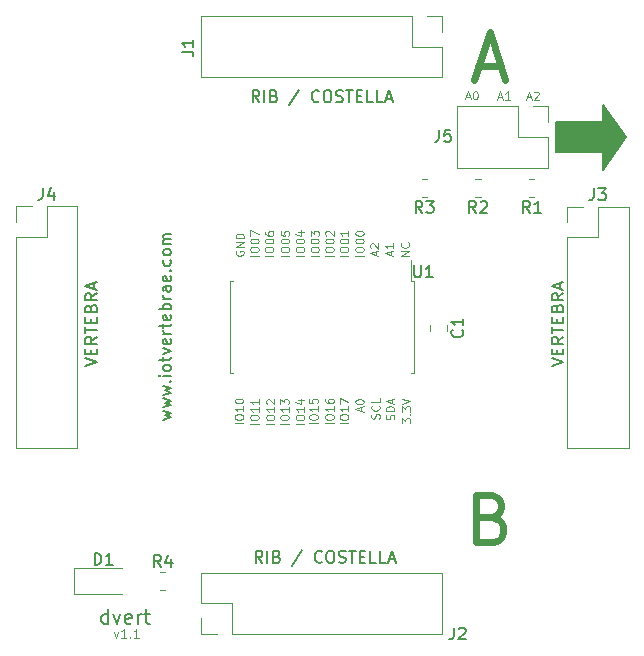
<source format=gbr>
%TF.GenerationSoftware,KiCad,Pcbnew,6.0.11+dfsg-1~bpo11+1*%
%TF.CreationDate,2023-04-06T13:49:23+02:00*%
%TF.ProjectId,dvert_11,64766572-745f-4313-912e-6b696361645f,1.1*%
%TF.SameCoordinates,Original*%
%TF.FileFunction,Legend,Top*%
%TF.FilePolarity,Positive*%
%FSLAX46Y46*%
G04 Gerber Fmt 4.6, Leading zero omitted, Abs format (unit mm)*
G04 Created by KiCad (PCBNEW 6.0.11+dfsg-1~bpo11+1) date 2023-04-06 13:49:23*
%MOMM*%
%LPD*%
G01*
G04 APERTURE LIST*
%ADD10C,0.150000*%
%ADD11C,0.120000*%
%ADD12C,0.200000*%
%ADD13C,0.600000*%
G04 APERTURE END LIST*
D10*
G36*
X172700000Y-84600000D02*
G01*
X170800000Y-87400000D01*
X170800000Y-85900000D01*
X166800000Y-85900000D01*
X166800000Y-83400000D01*
X170800000Y-83400000D01*
X170800000Y-81900000D01*
X172700000Y-84600000D01*
G37*
X172700000Y-84600000D02*
X170800000Y-87400000D01*
X170800000Y-85900000D01*
X166800000Y-85900000D01*
X166800000Y-83400000D01*
X170800000Y-83400000D01*
X170800000Y-81900000D01*
X172700000Y-84600000D01*
D11*
X141616666Y-108933333D02*
X140916666Y-108933333D01*
X140916666Y-108466666D02*
X140916666Y-108333333D01*
X140950000Y-108266666D01*
X141016666Y-108200000D01*
X141150000Y-108166666D01*
X141383333Y-108166666D01*
X141516666Y-108200000D01*
X141583333Y-108266666D01*
X141616666Y-108333333D01*
X141616666Y-108466666D01*
X141583333Y-108533333D01*
X141516666Y-108600000D01*
X141383333Y-108633333D01*
X141150000Y-108633333D01*
X141016666Y-108600000D01*
X140950000Y-108533333D01*
X140916666Y-108466666D01*
X141616666Y-107500000D02*
X141616666Y-107900000D01*
X141616666Y-107700000D02*
X140916666Y-107700000D01*
X141016666Y-107766666D01*
X141083333Y-107833333D01*
X141116666Y-107900000D01*
X141616666Y-106833333D02*
X141616666Y-107233333D01*
X141616666Y-107033333D02*
X140916666Y-107033333D01*
X141016666Y-107100000D01*
X141083333Y-107166666D01*
X141116666Y-107233333D01*
X147966666Y-108883333D02*
X147266666Y-108883333D01*
X147266666Y-108416666D02*
X147266666Y-108283333D01*
X147300000Y-108216666D01*
X147366666Y-108150000D01*
X147500000Y-108116666D01*
X147733333Y-108116666D01*
X147866666Y-108150000D01*
X147933333Y-108216666D01*
X147966666Y-108283333D01*
X147966666Y-108416666D01*
X147933333Y-108483333D01*
X147866666Y-108550000D01*
X147733333Y-108583333D01*
X147500000Y-108583333D01*
X147366666Y-108550000D01*
X147300000Y-108483333D01*
X147266666Y-108416666D01*
X147966666Y-107450000D02*
X147966666Y-107850000D01*
X147966666Y-107650000D02*
X147266666Y-107650000D01*
X147366666Y-107716666D01*
X147433333Y-107783333D01*
X147466666Y-107850000D01*
X147266666Y-106850000D02*
X147266666Y-106983333D01*
X147300000Y-107050000D01*
X147333333Y-107083333D01*
X147433333Y-107150000D01*
X147566666Y-107183333D01*
X147833333Y-107183333D01*
X147900000Y-107150000D01*
X147933333Y-107116666D01*
X147966666Y-107050000D01*
X147966666Y-106916666D01*
X147933333Y-106850000D01*
X147900000Y-106816666D01*
X147833333Y-106783333D01*
X147666666Y-106783333D01*
X147600000Y-106816666D01*
X147566666Y-106850000D01*
X147533333Y-106916666D01*
X147533333Y-107050000D01*
X147566666Y-107116666D01*
X147600000Y-107150000D01*
X147666666Y-107183333D01*
D10*
X141691785Y-81682380D02*
X141358452Y-81206190D01*
X141120357Y-81682380D02*
X141120357Y-80682380D01*
X141501309Y-80682380D01*
X141596547Y-80730000D01*
X141644166Y-80777619D01*
X141691785Y-80872857D01*
X141691785Y-81015714D01*
X141644166Y-81110952D01*
X141596547Y-81158571D01*
X141501309Y-81206190D01*
X141120357Y-81206190D01*
X142120357Y-81682380D02*
X142120357Y-80682380D01*
X142929880Y-81158571D02*
X143072738Y-81206190D01*
X143120357Y-81253809D01*
X143167976Y-81349047D01*
X143167976Y-81491904D01*
X143120357Y-81587142D01*
X143072738Y-81634761D01*
X142977500Y-81682380D01*
X142596547Y-81682380D01*
X142596547Y-80682380D01*
X142929880Y-80682380D01*
X143025119Y-80730000D01*
X143072738Y-80777619D01*
X143120357Y-80872857D01*
X143120357Y-80968095D01*
X143072738Y-81063333D01*
X143025119Y-81110952D01*
X142929880Y-81158571D01*
X142596547Y-81158571D01*
X145072738Y-80634761D02*
X144215595Y-81920476D01*
X146739404Y-81587142D02*
X146691785Y-81634761D01*
X146548928Y-81682380D01*
X146453690Y-81682380D01*
X146310833Y-81634761D01*
X146215595Y-81539523D01*
X146167976Y-81444285D01*
X146120357Y-81253809D01*
X146120357Y-81110952D01*
X146167976Y-80920476D01*
X146215595Y-80825238D01*
X146310833Y-80730000D01*
X146453690Y-80682380D01*
X146548928Y-80682380D01*
X146691785Y-80730000D01*
X146739404Y-80777619D01*
X147358452Y-80682380D02*
X147548928Y-80682380D01*
X147644166Y-80730000D01*
X147739404Y-80825238D01*
X147787023Y-81015714D01*
X147787023Y-81349047D01*
X147739404Y-81539523D01*
X147644166Y-81634761D01*
X147548928Y-81682380D01*
X147358452Y-81682380D01*
X147263214Y-81634761D01*
X147167976Y-81539523D01*
X147120357Y-81349047D01*
X147120357Y-81015714D01*
X147167976Y-80825238D01*
X147263214Y-80730000D01*
X147358452Y-80682380D01*
X148167976Y-81634761D02*
X148310833Y-81682380D01*
X148548928Y-81682380D01*
X148644166Y-81634761D01*
X148691785Y-81587142D01*
X148739404Y-81491904D01*
X148739404Y-81396666D01*
X148691785Y-81301428D01*
X148644166Y-81253809D01*
X148548928Y-81206190D01*
X148358452Y-81158571D01*
X148263214Y-81110952D01*
X148215595Y-81063333D01*
X148167976Y-80968095D01*
X148167976Y-80872857D01*
X148215595Y-80777619D01*
X148263214Y-80730000D01*
X148358452Y-80682380D01*
X148596547Y-80682380D01*
X148739404Y-80730000D01*
X149025119Y-80682380D02*
X149596547Y-80682380D01*
X149310833Y-81682380D02*
X149310833Y-80682380D01*
X149929880Y-81158571D02*
X150263214Y-81158571D01*
X150406071Y-81682380D02*
X149929880Y-81682380D01*
X149929880Y-80682380D01*
X150406071Y-80682380D01*
X151310833Y-81682380D02*
X150834642Y-81682380D01*
X150834642Y-80682380D01*
X152120357Y-81682380D02*
X151644166Y-81682380D01*
X151644166Y-80682380D01*
X152406071Y-81396666D02*
X152882261Y-81396666D01*
X152310833Y-81682380D02*
X152644166Y-80682380D01*
X152977500Y-81682380D01*
D11*
X164350000Y-81286666D02*
X164683333Y-81286666D01*
X164283333Y-81486666D02*
X164516666Y-80786666D01*
X164750000Y-81486666D01*
X164950000Y-80853333D02*
X164983333Y-80820000D01*
X165050000Y-80786666D01*
X165216666Y-80786666D01*
X165283333Y-80820000D01*
X165316666Y-80853333D01*
X165350000Y-80920000D01*
X165350000Y-80986666D01*
X165316666Y-81086666D01*
X164916666Y-81486666D01*
X165350000Y-81486666D01*
X159180000Y-81256666D02*
X159513333Y-81256666D01*
X159113333Y-81456666D02*
X159346666Y-80756666D01*
X159580000Y-81456666D01*
X159946666Y-80756666D02*
X160013333Y-80756666D01*
X160080000Y-80790000D01*
X160113333Y-80823333D01*
X160146666Y-80890000D01*
X160180000Y-81023333D01*
X160180000Y-81190000D01*
X160146666Y-81323333D01*
X160113333Y-81390000D01*
X160080000Y-81423333D01*
X160013333Y-81456666D01*
X159946666Y-81456666D01*
X159880000Y-81423333D01*
X159846666Y-81390000D01*
X159813333Y-81323333D01*
X159780000Y-81190000D01*
X159780000Y-81023333D01*
X159813333Y-80890000D01*
X159846666Y-80823333D01*
X159880000Y-80790000D01*
X159946666Y-80756666D01*
X147966666Y-94683333D02*
X147266666Y-94683333D01*
X147266666Y-94216666D02*
X147266666Y-94083333D01*
X147300000Y-94016666D01*
X147366666Y-93950000D01*
X147500000Y-93916666D01*
X147733333Y-93916666D01*
X147866666Y-93950000D01*
X147933333Y-94016666D01*
X147966666Y-94083333D01*
X147966666Y-94216666D01*
X147933333Y-94283333D01*
X147866666Y-94350000D01*
X147733333Y-94383333D01*
X147500000Y-94383333D01*
X147366666Y-94350000D01*
X147300000Y-94283333D01*
X147266666Y-94216666D01*
X147266666Y-93483333D02*
X147266666Y-93416666D01*
X147300000Y-93350000D01*
X147333333Y-93316666D01*
X147400000Y-93283333D01*
X147533333Y-93250000D01*
X147700000Y-93250000D01*
X147833333Y-93283333D01*
X147900000Y-93316666D01*
X147933333Y-93350000D01*
X147966666Y-93416666D01*
X147966666Y-93483333D01*
X147933333Y-93550000D01*
X147900000Y-93583333D01*
X147833333Y-93616666D01*
X147700000Y-93650000D01*
X147533333Y-93650000D01*
X147400000Y-93616666D01*
X147333333Y-93583333D01*
X147300000Y-93550000D01*
X147266666Y-93483333D01*
X147333333Y-92983333D02*
X147300000Y-92950000D01*
X147266666Y-92883333D01*
X147266666Y-92716666D01*
X147300000Y-92650000D01*
X147333333Y-92616666D01*
X147400000Y-92583333D01*
X147466666Y-92583333D01*
X147566666Y-92616666D01*
X147966666Y-93016666D01*
X147966666Y-92583333D01*
X145466666Y-94683333D02*
X144766666Y-94683333D01*
X144766666Y-94216666D02*
X144766666Y-94083333D01*
X144800000Y-94016666D01*
X144866666Y-93950000D01*
X145000000Y-93916666D01*
X145233333Y-93916666D01*
X145366666Y-93950000D01*
X145433333Y-94016666D01*
X145466666Y-94083333D01*
X145466666Y-94216666D01*
X145433333Y-94283333D01*
X145366666Y-94350000D01*
X145233333Y-94383333D01*
X145000000Y-94383333D01*
X144866666Y-94350000D01*
X144800000Y-94283333D01*
X144766666Y-94216666D01*
X144766666Y-93483333D02*
X144766666Y-93416666D01*
X144800000Y-93350000D01*
X144833333Y-93316666D01*
X144900000Y-93283333D01*
X145033333Y-93250000D01*
X145200000Y-93250000D01*
X145333333Y-93283333D01*
X145400000Y-93316666D01*
X145433333Y-93350000D01*
X145466666Y-93416666D01*
X145466666Y-93483333D01*
X145433333Y-93550000D01*
X145400000Y-93583333D01*
X145333333Y-93616666D01*
X145200000Y-93650000D01*
X145033333Y-93650000D01*
X144900000Y-93616666D01*
X144833333Y-93583333D01*
X144800000Y-93550000D01*
X144766666Y-93483333D01*
X145000000Y-92650000D02*
X145466666Y-92650000D01*
X144733333Y-92816666D02*
X145233333Y-92983333D01*
X145233333Y-92550000D01*
D12*
X128871428Y-125842857D02*
X128871428Y-124642857D01*
X128871428Y-125785714D02*
X128757142Y-125842857D01*
X128528571Y-125842857D01*
X128414285Y-125785714D01*
X128357142Y-125728571D01*
X128300000Y-125614285D01*
X128300000Y-125271428D01*
X128357142Y-125157142D01*
X128414285Y-125100000D01*
X128528571Y-125042857D01*
X128757142Y-125042857D01*
X128871428Y-125100000D01*
X129328571Y-125042857D02*
X129614285Y-125842857D01*
X129900000Y-125042857D01*
X130814285Y-125785714D02*
X130700000Y-125842857D01*
X130471428Y-125842857D01*
X130357142Y-125785714D01*
X130300000Y-125671428D01*
X130300000Y-125214285D01*
X130357142Y-125100000D01*
X130471428Y-125042857D01*
X130700000Y-125042857D01*
X130814285Y-125100000D01*
X130871428Y-125214285D01*
X130871428Y-125328571D01*
X130300000Y-125442857D01*
X131385714Y-125842857D02*
X131385714Y-125042857D01*
X131385714Y-125271428D02*
X131442857Y-125157142D01*
X131500000Y-125100000D01*
X131614285Y-125042857D01*
X131728571Y-125042857D01*
X131957142Y-125042857D02*
X132414285Y-125042857D01*
X132128571Y-124642857D02*
X132128571Y-125671428D01*
X132185714Y-125785714D01*
X132300000Y-125842857D01*
X132414285Y-125842857D01*
D11*
X153083333Y-108550000D02*
X153116666Y-108450000D01*
X153116666Y-108283333D01*
X153083333Y-108216666D01*
X153050000Y-108183333D01*
X152983333Y-108150000D01*
X152916666Y-108150000D01*
X152850000Y-108183333D01*
X152816666Y-108216666D01*
X152783333Y-108283333D01*
X152750000Y-108416666D01*
X152716666Y-108483333D01*
X152683333Y-108516666D01*
X152616666Y-108550000D01*
X152550000Y-108550000D01*
X152483333Y-108516666D01*
X152450000Y-108483333D01*
X152416666Y-108416666D01*
X152416666Y-108250000D01*
X152450000Y-108150000D01*
X153116666Y-107850000D02*
X152416666Y-107850000D01*
X152416666Y-107683333D01*
X152450000Y-107583333D01*
X152516666Y-107516666D01*
X152583333Y-107483333D01*
X152716666Y-107450000D01*
X152816666Y-107450000D01*
X152950000Y-107483333D01*
X153016666Y-107516666D01*
X153083333Y-107583333D01*
X153116666Y-107683333D01*
X153116666Y-107850000D01*
X152916666Y-107183333D02*
X152916666Y-106850000D01*
X153116666Y-107250000D02*
X152416666Y-107016666D01*
X153116666Y-106783333D01*
D10*
X133525714Y-108574761D02*
X134192380Y-108384285D01*
X133716190Y-108193809D01*
X134192380Y-108003333D01*
X133525714Y-107812857D01*
X133525714Y-107527142D02*
X134192380Y-107336666D01*
X133716190Y-107146190D01*
X134192380Y-106955714D01*
X133525714Y-106765238D01*
X133525714Y-106479523D02*
X134192380Y-106289047D01*
X133716190Y-106098571D01*
X134192380Y-105908095D01*
X133525714Y-105717619D01*
X134097142Y-105336666D02*
X134144761Y-105289047D01*
X134192380Y-105336666D01*
X134144761Y-105384285D01*
X134097142Y-105336666D01*
X134192380Y-105336666D01*
X134192380Y-104860476D02*
X133525714Y-104860476D01*
X133192380Y-104860476D02*
X133240000Y-104908095D01*
X133287619Y-104860476D01*
X133240000Y-104812857D01*
X133192380Y-104860476D01*
X133287619Y-104860476D01*
X134192380Y-104241428D02*
X134144761Y-104336666D01*
X134097142Y-104384285D01*
X134001904Y-104431904D01*
X133716190Y-104431904D01*
X133620952Y-104384285D01*
X133573333Y-104336666D01*
X133525714Y-104241428D01*
X133525714Y-104098571D01*
X133573333Y-104003333D01*
X133620952Y-103955714D01*
X133716190Y-103908095D01*
X134001904Y-103908095D01*
X134097142Y-103955714D01*
X134144761Y-104003333D01*
X134192380Y-104098571D01*
X134192380Y-104241428D01*
X133525714Y-103622380D02*
X133525714Y-103241428D01*
X133192380Y-103479523D02*
X134049523Y-103479523D01*
X134144761Y-103431904D01*
X134192380Y-103336666D01*
X134192380Y-103241428D01*
X133525714Y-103003333D02*
X134192380Y-102765238D01*
X133525714Y-102527142D01*
X134144761Y-101765238D02*
X134192380Y-101860476D01*
X134192380Y-102050952D01*
X134144761Y-102146190D01*
X134049523Y-102193809D01*
X133668571Y-102193809D01*
X133573333Y-102146190D01*
X133525714Y-102050952D01*
X133525714Y-101860476D01*
X133573333Y-101765238D01*
X133668571Y-101717619D01*
X133763809Y-101717619D01*
X133859047Y-102193809D01*
X134192380Y-101289047D02*
X133525714Y-101289047D01*
X133716190Y-101289047D02*
X133620952Y-101241428D01*
X133573333Y-101193809D01*
X133525714Y-101098571D01*
X133525714Y-101003333D01*
X133525714Y-100812857D02*
X133525714Y-100431904D01*
X133192380Y-100670000D02*
X134049523Y-100670000D01*
X134144761Y-100622380D01*
X134192380Y-100527142D01*
X134192380Y-100431904D01*
X134144761Y-99717619D02*
X134192380Y-99812857D01*
X134192380Y-100003333D01*
X134144761Y-100098571D01*
X134049523Y-100146190D01*
X133668571Y-100146190D01*
X133573333Y-100098571D01*
X133525714Y-100003333D01*
X133525714Y-99812857D01*
X133573333Y-99717619D01*
X133668571Y-99670000D01*
X133763809Y-99670000D01*
X133859047Y-100146190D01*
X134192380Y-99241428D02*
X133192380Y-99241428D01*
X133573333Y-99241428D02*
X133525714Y-99146190D01*
X133525714Y-98955714D01*
X133573333Y-98860476D01*
X133620952Y-98812857D01*
X133716190Y-98765238D01*
X134001904Y-98765238D01*
X134097142Y-98812857D01*
X134144761Y-98860476D01*
X134192380Y-98955714D01*
X134192380Y-99146190D01*
X134144761Y-99241428D01*
X134192380Y-98336666D02*
X133525714Y-98336666D01*
X133716190Y-98336666D02*
X133620952Y-98289047D01*
X133573333Y-98241428D01*
X133525714Y-98146190D01*
X133525714Y-98050952D01*
X134192380Y-97289047D02*
X133668571Y-97289047D01*
X133573333Y-97336666D01*
X133525714Y-97431904D01*
X133525714Y-97622380D01*
X133573333Y-97717619D01*
X134144761Y-97289047D02*
X134192380Y-97384285D01*
X134192380Y-97622380D01*
X134144761Y-97717619D01*
X134049523Y-97765238D01*
X133954285Y-97765238D01*
X133859047Y-97717619D01*
X133811428Y-97622380D01*
X133811428Y-97384285D01*
X133763809Y-97289047D01*
X134144761Y-96431904D02*
X134192380Y-96527142D01*
X134192380Y-96717619D01*
X134144761Y-96812857D01*
X134049523Y-96860476D01*
X133668571Y-96860476D01*
X133573333Y-96812857D01*
X133525714Y-96717619D01*
X133525714Y-96527142D01*
X133573333Y-96431904D01*
X133668571Y-96384285D01*
X133763809Y-96384285D01*
X133859047Y-96860476D01*
X134097142Y-95955714D02*
X134144761Y-95908095D01*
X134192380Y-95955714D01*
X134144761Y-96003333D01*
X134097142Y-95955714D01*
X134192380Y-95955714D01*
X134144761Y-95050952D02*
X134192380Y-95146190D01*
X134192380Y-95336666D01*
X134144761Y-95431904D01*
X134097142Y-95479523D01*
X134001904Y-95527142D01*
X133716190Y-95527142D01*
X133620952Y-95479523D01*
X133573333Y-95431904D01*
X133525714Y-95336666D01*
X133525714Y-95146190D01*
X133573333Y-95050952D01*
X134192380Y-94479523D02*
X134144761Y-94574761D01*
X134097142Y-94622380D01*
X134001904Y-94670000D01*
X133716190Y-94670000D01*
X133620952Y-94622380D01*
X133573333Y-94574761D01*
X133525714Y-94479523D01*
X133525714Y-94336666D01*
X133573333Y-94241428D01*
X133620952Y-94193809D01*
X133716190Y-94146190D01*
X134001904Y-94146190D01*
X134097142Y-94193809D01*
X134144761Y-94241428D01*
X134192380Y-94336666D01*
X134192380Y-94479523D01*
X134192380Y-93717619D02*
X133525714Y-93717619D01*
X133620952Y-93717619D02*
X133573333Y-93670000D01*
X133525714Y-93574761D01*
X133525714Y-93431904D01*
X133573333Y-93336666D01*
X133668571Y-93289047D01*
X134192380Y-93289047D01*
X133668571Y-93289047D02*
X133573333Y-93241428D01*
X133525714Y-93146190D01*
X133525714Y-93003333D01*
X133573333Y-92908095D01*
X133668571Y-92860476D01*
X134192380Y-92860476D01*
D11*
X154366666Y-94700000D02*
X153666666Y-94700000D01*
X154366666Y-94300000D01*
X153666666Y-94300000D01*
X154300000Y-93566666D02*
X154333333Y-93600000D01*
X154366666Y-93700000D01*
X154366666Y-93766666D01*
X154333333Y-93866666D01*
X154266666Y-93933333D01*
X154200000Y-93966666D01*
X154066666Y-94000000D01*
X153966666Y-94000000D01*
X153833333Y-93966666D01*
X153766666Y-93933333D01*
X153700000Y-93866666D01*
X153666666Y-93766666D01*
X153666666Y-93700000D01*
X153700000Y-93600000D01*
X153733333Y-93566666D01*
X144216666Y-94683333D02*
X143516666Y-94683333D01*
X143516666Y-94216666D02*
X143516666Y-94083333D01*
X143550000Y-94016666D01*
X143616666Y-93950000D01*
X143750000Y-93916666D01*
X143983333Y-93916666D01*
X144116666Y-93950000D01*
X144183333Y-94016666D01*
X144216666Y-94083333D01*
X144216666Y-94216666D01*
X144183333Y-94283333D01*
X144116666Y-94350000D01*
X143983333Y-94383333D01*
X143750000Y-94383333D01*
X143616666Y-94350000D01*
X143550000Y-94283333D01*
X143516666Y-94216666D01*
X143516666Y-93483333D02*
X143516666Y-93416666D01*
X143550000Y-93350000D01*
X143583333Y-93316666D01*
X143650000Y-93283333D01*
X143783333Y-93250000D01*
X143950000Y-93250000D01*
X144083333Y-93283333D01*
X144150000Y-93316666D01*
X144183333Y-93350000D01*
X144216666Y-93416666D01*
X144216666Y-93483333D01*
X144183333Y-93550000D01*
X144150000Y-93583333D01*
X144083333Y-93616666D01*
X143950000Y-93650000D01*
X143783333Y-93650000D01*
X143650000Y-93616666D01*
X143583333Y-93583333D01*
X143550000Y-93550000D01*
X143516666Y-93483333D01*
X143516666Y-92616666D02*
X143516666Y-92950000D01*
X143850000Y-92983333D01*
X143816666Y-92950000D01*
X143783333Y-92883333D01*
X143783333Y-92716666D01*
X143816666Y-92650000D01*
X143850000Y-92616666D01*
X143916666Y-92583333D01*
X144083333Y-92583333D01*
X144150000Y-92616666D01*
X144183333Y-92650000D01*
X144216666Y-92716666D01*
X144216666Y-92883333D01*
X144183333Y-92950000D01*
X144150000Y-92983333D01*
X146716666Y-94683333D02*
X146016666Y-94683333D01*
X146016666Y-94216666D02*
X146016666Y-94083333D01*
X146050000Y-94016666D01*
X146116666Y-93950000D01*
X146250000Y-93916666D01*
X146483333Y-93916666D01*
X146616666Y-93950000D01*
X146683333Y-94016666D01*
X146716666Y-94083333D01*
X146716666Y-94216666D01*
X146683333Y-94283333D01*
X146616666Y-94350000D01*
X146483333Y-94383333D01*
X146250000Y-94383333D01*
X146116666Y-94350000D01*
X146050000Y-94283333D01*
X146016666Y-94216666D01*
X146016666Y-93483333D02*
X146016666Y-93416666D01*
X146050000Y-93350000D01*
X146083333Y-93316666D01*
X146150000Y-93283333D01*
X146283333Y-93250000D01*
X146450000Y-93250000D01*
X146583333Y-93283333D01*
X146650000Y-93316666D01*
X146683333Y-93350000D01*
X146716666Y-93416666D01*
X146716666Y-93483333D01*
X146683333Y-93550000D01*
X146650000Y-93583333D01*
X146583333Y-93616666D01*
X146450000Y-93650000D01*
X146283333Y-93650000D01*
X146150000Y-93616666D01*
X146083333Y-93583333D01*
X146050000Y-93550000D01*
X146016666Y-93483333D01*
X146016666Y-93016666D02*
X146016666Y-92583333D01*
X146283333Y-92816666D01*
X146283333Y-92716666D01*
X146316666Y-92650000D01*
X146350000Y-92616666D01*
X146416666Y-92583333D01*
X146583333Y-92583333D01*
X146650000Y-92616666D01*
X146683333Y-92650000D01*
X146716666Y-92716666D01*
X146716666Y-92916666D01*
X146683333Y-92983333D01*
X146650000Y-93016666D01*
D10*
X126929880Y-104027619D02*
X127929880Y-103694285D01*
X126929880Y-103360952D01*
X127406071Y-103027619D02*
X127406071Y-102694285D01*
X127929880Y-102551428D02*
X127929880Y-103027619D01*
X126929880Y-103027619D01*
X126929880Y-102551428D01*
X127929880Y-101551428D02*
X127453690Y-101884761D01*
X127929880Y-102122857D02*
X126929880Y-102122857D01*
X126929880Y-101741904D01*
X126977500Y-101646666D01*
X127025119Y-101599047D01*
X127120357Y-101551428D01*
X127263214Y-101551428D01*
X127358452Y-101599047D01*
X127406071Y-101646666D01*
X127453690Y-101741904D01*
X127453690Y-102122857D01*
X126929880Y-101265714D02*
X126929880Y-100694285D01*
X127929880Y-100980000D02*
X126929880Y-100980000D01*
X127406071Y-100360952D02*
X127406071Y-100027619D01*
X127929880Y-99884761D02*
X127929880Y-100360952D01*
X126929880Y-100360952D01*
X126929880Y-99884761D01*
X127406071Y-99122857D02*
X127453690Y-98980000D01*
X127501309Y-98932380D01*
X127596547Y-98884761D01*
X127739404Y-98884761D01*
X127834642Y-98932380D01*
X127882261Y-98980000D01*
X127929880Y-99075238D01*
X127929880Y-99456190D01*
X126929880Y-99456190D01*
X126929880Y-99122857D01*
X126977500Y-99027619D01*
X127025119Y-98980000D01*
X127120357Y-98932380D01*
X127215595Y-98932380D01*
X127310833Y-98980000D01*
X127358452Y-99027619D01*
X127406071Y-99122857D01*
X127406071Y-99456190D01*
X127929880Y-97884761D02*
X127453690Y-98218095D01*
X127929880Y-98456190D02*
X126929880Y-98456190D01*
X126929880Y-98075238D01*
X126977500Y-97980000D01*
X127025119Y-97932380D01*
X127120357Y-97884761D01*
X127263214Y-97884761D01*
X127358452Y-97932380D01*
X127406071Y-97980000D01*
X127453690Y-98075238D01*
X127453690Y-98456190D01*
X127644166Y-97503809D02*
X127644166Y-97027619D01*
X127929880Y-97599047D02*
X126929880Y-97265714D01*
X127929880Y-96932380D01*
D11*
X140316666Y-108883333D02*
X139616666Y-108883333D01*
X139616666Y-108416666D02*
X139616666Y-108283333D01*
X139650000Y-108216666D01*
X139716666Y-108150000D01*
X139850000Y-108116666D01*
X140083333Y-108116666D01*
X140216666Y-108150000D01*
X140283333Y-108216666D01*
X140316666Y-108283333D01*
X140316666Y-108416666D01*
X140283333Y-108483333D01*
X140216666Y-108550000D01*
X140083333Y-108583333D01*
X139850000Y-108583333D01*
X139716666Y-108550000D01*
X139650000Y-108483333D01*
X139616666Y-108416666D01*
X140316666Y-107450000D02*
X140316666Y-107850000D01*
X140316666Y-107650000D02*
X139616666Y-107650000D01*
X139716666Y-107716666D01*
X139783333Y-107783333D01*
X139816666Y-107850000D01*
X139616666Y-107016666D02*
X139616666Y-106950000D01*
X139650000Y-106883333D01*
X139683333Y-106850000D01*
X139750000Y-106816666D01*
X139883333Y-106783333D01*
X140050000Y-106783333D01*
X140183333Y-106816666D01*
X140250000Y-106850000D01*
X140283333Y-106883333D01*
X140316666Y-106950000D01*
X140316666Y-107016666D01*
X140283333Y-107083333D01*
X140250000Y-107116666D01*
X140183333Y-107150000D01*
X140050000Y-107183333D01*
X139883333Y-107183333D01*
X139750000Y-107150000D01*
X139683333Y-107116666D01*
X139650000Y-107083333D01*
X139616666Y-107016666D01*
X129378571Y-126539285D02*
X129557142Y-127039285D01*
X129735714Y-126539285D01*
X130414285Y-127039285D02*
X129985714Y-127039285D01*
X130200000Y-127039285D02*
X130200000Y-126289285D01*
X130128571Y-126396428D01*
X130057142Y-126467857D01*
X129985714Y-126503571D01*
X130735714Y-126967857D02*
X130771428Y-127003571D01*
X130735714Y-127039285D01*
X130700000Y-127003571D01*
X130735714Y-126967857D01*
X130735714Y-127039285D01*
X131485714Y-127039285D02*
X131057142Y-127039285D01*
X131271428Y-127039285D02*
X131271428Y-126289285D01*
X131200000Y-126396428D01*
X131128571Y-126467857D01*
X131057142Y-126503571D01*
X141616666Y-94683333D02*
X140916666Y-94683333D01*
X140916666Y-94216666D02*
X140916666Y-94083333D01*
X140950000Y-94016666D01*
X141016666Y-93950000D01*
X141150000Y-93916666D01*
X141383333Y-93916666D01*
X141516666Y-93950000D01*
X141583333Y-94016666D01*
X141616666Y-94083333D01*
X141616666Y-94216666D01*
X141583333Y-94283333D01*
X141516666Y-94350000D01*
X141383333Y-94383333D01*
X141150000Y-94383333D01*
X141016666Y-94350000D01*
X140950000Y-94283333D01*
X140916666Y-94216666D01*
X140916666Y-93483333D02*
X140916666Y-93416666D01*
X140950000Y-93350000D01*
X140983333Y-93316666D01*
X141050000Y-93283333D01*
X141183333Y-93250000D01*
X141350000Y-93250000D01*
X141483333Y-93283333D01*
X141550000Y-93316666D01*
X141583333Y-93350000D01*
X141616666Y-93416666D01*
X141616666Y-93483333D01*
X141583333Y-93550000D01*
X141550000Y-93583333D01*
X141483333Y-93616666D01*
X141350000Y-93650000D01*
X141183333Y-93650000D01*
X141050000Y-93616666D01*
X140983333Y-93583333D01*
X140950000Y-93550000D01*
X140916666Y-93483333D01*
X140916666Y-93016666D02*
X140916666Y-92550000D01*
X141616666Y-92850000D01*
X151566666Y-94650000D02*
X151566666Y-94316666D01*
X151766666Y-94716666D02*
X151066666Y-94483333D01*
X151766666Y-94250000D01*
X151133333Y-94050000D02*
X151100000Y-94016666D01*
X151066666Y-93950000D01*
X151066666Y-93783333D01*
X151100000Y-93716666D01*
X151133333Y-93683333D01*
X151200000Y-93650000D01*
X151266666Y-93650000D01*
X151366666Y-93683333D01*
X151766666Y-94083333D01*
X151766666Y-93650000D01*
X149216666Y-94683333D02*
X148516666Y-94683333D01*
X148516666Y-94216666D02*
X148516666Y-94083333D01*
X148550000Y-94016666D01*
X148616666Y-93950000D01*
X148750000Y-93916666D01*
X148983333Y-93916666D01*
X149116666Y-93950000D01*
X149183333Y-94016666D01*
X149216666Y-94083333D01*
X149216666Y-94216666D01*
X149183333Y-94283333D01*
X149116666Y-94350000D01*
X148983333Y-94383333D01*
X148750000Y-94383333D01*
X148616666Y-94350000D01*
X148550000Y-94283333D01*
X148516666Y-94216666D01*
X148516666Y-93483333D02*
X148516666Y-93416666D01*
X148550000Y-93350000D01*
X148583333Y-93316666D01*
X148650000Y-93283333D01*
X148783333Y-93250000D01*
X148950000Y-93250000D01*
X149083333Y-93283333D01*
X149150000Y-93316666D01*
X149183333Y-93350000D01*
X149216666Y-93416666D01*
X149216666Y-93483333D01*
X149183333Y-93550000D01*
X149150000Y-93583333D01*
X149083333Y-93616666D01*
X148950000Y-93650000D01*
X148783333Y-93650000D01*
X148650000Y-93616666D01*
X148583333Y-93583333D01*
X148550000Y-93550000D01*
X148516666Y-93483333D01*
X149216666Y-92583333D02*
X149216666Y-92983333D01*
X149216666Y-92783333D02*
X148516666Y-92783333D01*
X148616666Y-92850000D01*
X148683333Y-92916666D01*
X148716666Y-92983333D01*
X144166666Y-108933333D02*
X143466666Y-108933333D01*
X143466666Y-108466666D02*
X143466666Y-108333333D01*
X143500000Y-108266666D01*
X143566666Y-108200000D01*
X143700000Y-108166666D01*
X143933333Y-108166666D01*
X144066666Y-108200000D01*
X144133333Y-108266666D01*
X144166666Y-108333333D01*
X144166666Y-108466666D01*
X144133333Y-108533333D01*
X144066666Y-108600000D01*
X143933333Y-108633333D01*
X143700000Y-108633333D01*
X143566666Y-108600000D01*
X143500000Y-108533333D01*
X143466666Y-108466666D01*
X144166666Y-107500000D02*
X144166666Y-107900000D01*
X144166666Y-107700000D02*
X143466666Y-107700000D01*
X143566666Y-107766666D01*
X143633333Y-107833333D01*
X143666666Y-107900000D01*
X143466666Y-107266666D02*
X143466666Y-106833333D01*
X143733333Y-107066666D01*
X143733333Y-106966666D01*
X143766666Y-106900000D01*
X143800000Y-106866666D01*
X143866666Y-106833333D01*
X144033333Y-106833333D01*
X144100000Y-106866666D01*
X144133333Y-106900000D01*
X144166666Y-106966666D01*
X144166666Y-107166666D01*
X144133333Y-107233333D01*
X144100000Y-107266666D01*
D13*
X160227619Y-78646666D02*
X162132380Y-78646666D01*
X159846666Y-79789523D02*
X161180000Y-75789523D01*
X162513333Y-79789523D01*
D11*
X142866666Y-94683333D02*
X142166666Y-94683333D01*
X142166666Y-94216666D02*
X142166666Y-94083333D01*
X142200000Y-94016666D01*
X142266666Y-93950000D01*
X142400000Y-93916666D01*
X142633333Y-93916666D01*
X142766666Y-93950000D01*
X142833333Y-94016666D01*
X142866666Y-94083333D01*
X142866666Y-94216666D01*
X142833333Y-94283333D01*
X142766666Y-94350000D01*
X142633333Y-94383333D01*
X142400000Y-94383333D01*
X142266666Y-94350000D01*
X142200000Y-94283333D01*
X142166666Y-94216666D01*
X142166666Y-93483333D02*
X142166666Y-93416666D01*
X142200000Y-93350000D01*
X142233333Y-93316666D01*
X142300000Y-93283333D01*
X142433333Y-93250000D01*
X142600000Y-93250000D01*
X142733333Y-93283333D01*
X142800000Y-93316666D01*
X142833333Y-93350000D01*
X142866666Y-93416666D01*
X142866666Y-93483333D01*
X142833333Y-93550000D01*
X142800000Y-93583333D01*
X142733333Y-93616666D01*
X142600000Y-93650000D01*
X142433333Y-93650000D01*
X142300000Y-93616666D01*
X142233333Y-93583333D01*
X142200000Y-93550000D01*
X142166666Y-93483333D01*
X142166666Y-92650000D02*
X142166666Y-92783333D01*
X142200000Y-92850000D01*
X142233333Y-92883333D01*
X142333333Y-92950000D01*
X142466666Y-92983333D01*
X142733333Y-92983333D01*
X142800000Y-92950000D01*
X142833333Y-92916666D01*
X142866666Y-92850000D01*
X142866666Y-92716666D01*
X142833333Y-92650000D01*
X142800000Y-92616666D01*
X142733333Y-92583333D01*
X142566666Y-92583333D01*
X142500000Y-92616666D01*
X142466666Y-92650000D01*
X142433333Y-92716666D01*
X142433333Y-92850000D01*
X142466666Y-92916666D01*
X142500000Y-92950000D01*
X142566666Y-92983333D01*
X145466666Y-108933333D02*
X144766666Y-108933333D01*
X144766666Y-108466666D02*
X144766666Y-108333333D01*
X144800000Y-108266666D01*
X144866666Y-108200000D01*
X145000000Y-108166666D01*
X145233333Y-108166666D01*
X145366666Y-108200000D01*
X145433333Y-108266666D01*
X145466666Y-108333333D01*
X145466666Y-108466666D01*
X145433333Y-108533333D01*
X145366666Y-108600000D01*
X145233333Y-108633333D01*
X145000000Y-108633333D01*
X144866666Y-108600000D01*
X144800000Y-108533333D01*
X144766666Y-108466666D01*
X145466666Y-107500000D02*
X145466666Y-107900000D01*
X145466666Y-107700000D02*
X144766666Y-107700000D01*
X144866666Y-107766666D01*
X144933333Y-107833333D01*
X144966666Y-107900000D01*
X145000000Y-106900000D02*
X145466666Y-106900000D01*
X144733333Y-107066666D02*
X145233333Y-107233333D01*
X145233333Y-106800000D01*
X149216666Y-108883333D02*
X148516666Y-108883333D01*
X148516666Y-108416666D02*
X148516666Y-108283333D01*
X148550000Y-108216666D01*
X148616666Y-108150000D01*
X148750000Y-108116666D01*
X148983333Y-108116666D01*
X149116666Y-108150000D01*
X149183333Y-108216666D01*
X149216666Y-108283333D01*
X149216666Y-108416666D01*
X149183333Y-108483333D01*
X149116666Y-108550000D01*
X148983333Y-108583333D01*
X148750000Y-108583333D01*
X148616666Y-108550000D01*
X148550000Y-108483333D01*
X148516666Y-108416666D01*
X149216666Y-107450000D02*
X149216666Y-107850000D01*
X149216666Y-107650000D02*
X148516666Y-107650000D01*
X148616666Y-107716666D01*
X148683333Y-107783333D01*
X148716666Y-107850000D01*
X148516666Y-107216666D02*
X148516666Y-106750000D01*
X149216666Y-107050000D01*
D10*
X141941785Y-120682380D02*
X141608452Y-120206190D01*
X141370357Y-120682380D02*
X141370357Y-119682380D01*
X141751309Y-119682380D01*
X141846547Y-119730000D01*
X141894166Y-119777619D01*
X141941785Y-119872857D01*
X141941785Y-120015714D01*
X141894166Y-120110952D01*
X141846547Y-120158571D01*
X141751309Y-120206190D01*
X141370357Y-120206190D01*
X142370357Y-120682380D02*
X142370357Y-119682380D01*
X143179880Y-120158571D02*
X143322738Y-120206190D01*
X143370357Y-120253809D01*
X143417976Y-120349047D01*
X143417976Y-120491904D01*
X143370357Y-120587142D01*
X143322738Y-120634761D01*
X143227500Y-120682380D01*
X142846547Y-120682380D01*
X142846547Y-119682380D01*
X143179880Y-119682380D01*
X143275119Y-119730000D01*
X143322738Y-119777619D01*
X143370357Y-119872857D01*
X143370357Y-119968095D01*
X143322738Y-120063333D01*
X143275119Y-120110952D01*
X143179880Y-120158571D01*
X142846547Y-120158571D01*
X145322738Y-119634761D02*
X144465595Y-120920476D01*
X146989404Y-120587142D02*
X146941785Y-120634761D01*
X146798928Y-120682380D01*
X146703690Y-120682380D01*
X146560833Y-120634761D01*
X146465595Y-120539523D01*
X146417976Y-120444285D01*
X146370357Y-120253809D01*
X146370357Y-120110952D01*
X146417976Y-119920476D01*
X146465595Y-119825238D01*
X146560833Y-119730000D01*
X146703690Y-119682380D01*
X146798928Y-119682380D01*
X146941785Y-119730000D01*
X146989404Y-119777619D01*
X147608452Y-119682380D02*
X147798928Y-119682380D01*
X147894166Y-119730000D01*
X147989404Y-119825238D01*
X148037023Y-120015714D01*
X148037023Y-120349047D01*
X147989404Y-120539523D01*
X147894166Y-120634761D01*
X147798928Y-120682380D01*
X147608452Y-120682380D01*
X147513214Y-120634761D01*
X147417976Y-120539523D01*
X147370357Y-120349047D01*
X147370357Y-120015714D01*
X147417976Y-119825238D01*
X147513214Y-119730000D01*
X147608452Y-119682380D01*
X148417976Y-120634761D02*
X148560833Y-120682380D01*
X148798928Y-120682380D01*
X148894166Y-120634761D01*
X148941785Y-120587142D01*
X148989404Y-120491904D01*
X148989404Y-120396666D01*
X148941785Y-120301428D01*
X148894166Y-120253809D01*
X148798928Y-120206190D01*
X148608452Y-120158571D01*
X148513214Y-120110952D01*
X148465595Y-120063333D01*
X148417976Y-119968095D01*
X148417976Y-119872857D01*
X148465595Y-119777619D01*
X148513214Y-119730000D01*
X148608452Y-119682380D01*
X148846547Y-119682380D01*
X148989404Y-119730000D01*
X149275119Y-119682380D02*
X149846547Y-119682380D01*
X149560833Y-120682380D02*
X149560833Y-119682380D01*
X150179880Y-120158571D02*
X150513214Y-120158571D01*
X150656071Y-120682380D02*
X150179880Y-120682380D01*
X150179880Y-119682380D01*
X150656071Y-119682380D01*
X151560833Y-120682380D02*
X151084642Y-120682380D01*
X151084642Y-119682380D01*
X152370357Y-120682380D02*
X151894166Y-120682380D01*
X151894166Y-119682380D01*
X152656071Y-120396666D02*
X153132261Y-120396666D01*
X152560833Y-120682380D02*
X152894166Y-119682380D01*
X153227500Y-120682380D01*
D11*
X142966666Y-108933333D02*
X142266666Y-108933333D01*
X142266666Y-108466666D02*
X142266666Y-108333333D01*
X142300000Y-108266666D01*
X142366666Y-108200000D01*
X142500000Y-108166666D01*
X142733333Y-108166666D01*
X142866666Y-108200000D01*
X142933333Y-108266666D01*
X142966666Y-108333333D01*
X142966666Y-108466666D01*
X142933333Y-108533333D01*
X142866666Y-108600000D01*
X142733333Y-108633333D01*
X142500000Y-108633333D01*
X142366666Y-108600000D01*
X142300000Y-108533333D01*
X142266666Y-108466666D01*
X142966666Y-107500000D02*
X142966666Y-107900000D01*
X142966666Y-107700000D02*
X142266666Y-107700000D01*
X142366666Y-107766666D01*
X142433333Y-107833333D01*
X142466666Y-107900000D01*
X142333333Y-107233333D02*
X142300000Y-107200000D01*
X142266666Y-107133333D01*
X142266666Y-106966666D01*
X142300000Y-106900000D01*
X142333333Y-106866666D01*
X142400000Y-106833333D01*
X142466666Y-106833333D01*
X142566666Y-106866666D01*
X142966666Y-107266666D01*
X142966666Y-106833333D01*
X139700000Y-94283333D02*
X139666666Y-94350000D01*
X139666666Y-94450000D01*
X139700000Y-94550000D01*
X139766666Y-94616666D01*
X139833333Y-94650000D01*
X139966666Y-94683333D01*
X140066666Y-94683333D01*
X140200000Y-94650000D01*
X140266666Y-94616666D01*
X140333333Y-94550000D01*
X140366666Y-94450000D01*
X140366666Y-94383333D01*
X140333333Y-94283333D01*
X140300000Y-94250000D01*
X140066666Y-94250000D01*
X140066666Y-94383333D01*
X140366666Y-93950000D02*
X139666666Y-93950000D01*
X140366666Y-93550000D01*
X139666666Y-93550000D01*
X140366666Y-93216666D02*
X139666666Y-93216666D01*
X139666666Y-93050000D01*
X139700000Y-92950000D01*
X139766666Y-92883333D01*
X139833333Y-92850000D01*
X139966666Y-92816666D01*
X140066666Y-92816666D01*
X140200000Y-92850000D01*
X140266666Y-92883333D01*
X140333333Y-92950000D01*
X140366666Y-93050000D01*
X140366666Y-93216666D01*
D13*
X161365714Y-116844285D02*
X161937142Y-117034761D01*
X162127619Y-117225238D01*
X162318095Y-117606190D01*
X162318095Y-118177619D01*
X162127619Y-118558571D01*
X161937142Y-118749047D01*
X161556190Y-118939523D01*
X160032380Y-118939523D01*
X160032380Y-114939523D01*
X161365714Y-114939523D01*
X161746666Y-115130000D01*
X161937142Y-115320476D01*
X162127619Y-115701428D01*
X162127619Y-116082380D01*
X161937142Y-116463333D01*
X161746666Y-116653809D01*
X161365714Y-116844285D01*
X160032380Y-116844285D01*
D11*
X150516666Y-94683333D02*
X149816666Y-94683333D01*
X149816666Y-94216666D02*
X149816666Y-94083333D01*
X149850000Y-94016666D01*
X149916666Y-93950000D01*
X150050000Y-93916666D01*
X150283333Y-93916666D01*
X150416666Y-93950000D01*
X150483333Y-94016666D01*
X150516666Y-94083333D01*
X150516666Y-94216666D01*
X150483333Y-94283333D01*
X150416666Y-94350000D01*
X150283333Y-94383333D01*
X150050000Y-94383333D01*
X149916666Y-94350000D01*
X149850000Y-94283333D01*
X149816666Y-94216666D01*
X149816666Y-93483333D02*
X149816666Y-93416666D01*
X149850000Y-93350000D01*
X149883333Y-93316666D01*
X149950000Y-93283333D01*
X150083333Y-93250000D01*
X150250000Y-93250000D01*
X150383333Y-93283333D01*
X150450000Y-93316666D01*
X150483333Y-93350000D01*
X150516666Y-93416666D01*
X150516666Y-93483333D01*
X150483333Y-93550000D01*
X150450000Y-93583333D01*
X150383333Y-93616666D01*
X150250000Y-93650000D01*
X150083333Y-93650000D01*
X149950000Y-93616666D01*
X149883333Y-93583333D01*
X149850000Y-93550000D01*
X149816666Y-93483333D01*
X149816666Y-92816666D02*
X149816666Y-92750000D01*
X149850000Y-92683333D01*
X149883333Y-92650000D01*
X149950000Y-92616666D01*
X150083333Y-92583333D01*
X150250000Y-92583333D01*
X150383333Y-92616666D01*
X150450000Y-92650000D01*
X150483333Y-92683333D01*
X150516666Y-92750000D01*
X150516666Y-92816666D01*
X150483333Y-92883333D01*
X150450000Y-92916666D01*
X150383333Y-92950000D01*
X150250000Y-92983333D01*
X150083333Y-92983333D01*
X149950000Y-92950000D01*
X149883333Y-92916666D01*
X149850000Y-92883333D01*
X149816666Y-92816666D01*
X161900000Y-81266666D02*
X162233333Y-81266666D01*
X161833333Y-81466666D02*
X162066666Y-80766666D01*
X162300000Y-81466666D01*
X162900000Y-81466666D02*
X162500000Y-81466666D01*
X162700000Y-81466666D02*
X162700000Y-80766666D01*
X162633333Y-80866666D01*
X162566666Y-80933333D01*
X162500000Y-80966666D01*
D10*
X166429880Y-104027619D02*
X167429880Y-103694285D01*
X166429880Y-103360952D01*
X166906071Y-103027619D02*
X166906071Y-102694285D01*
X167429880Y-102551428D02*
X167429880Y-103027619D01*
X166429880Y-103027619D01*
X166429880Y-102551428D01*
X167429880Y-101551428D02*
X166953690Y-101884761D01*
X167429880Y-102122857D02*
X166429880Y-102122857D01*
X166429880Y-101741904D01*
X166477500Y-101646666D01*
X166525119Y-101599047D01*
X166620357Y-101551428D01*
X166763214Y-101551428D01*
X166858452Y-101599047D01*
X166906071Y-101646666D01*
X166953690Y-101741904D01*
X166953690Y-102122857D01*
X166429880Y-101265714D02*
X166429880Y-100694285D01*
X167429880Y-100980000D02*
X166429880Y-100980000D01*
X166906071Y-100360952D02*
X166906071Y-100027619D01*
X167429880Y-99884761D02*
X167429880Y-100360952D01*
X166429880Y-100360952D01*
X166429880Y-99884761D01*
X166906071Y-99122857D02*
X166953690Y-98980000D01*
X167001309Y-98932380D01*
X167096547Y-98884761D01*
X167239404Y-98884761D01*
X167334642Y-98932380D01*
X167382261Y-98980000D01*
X167429880Y-99075238D01*
X167429880Y-99456190D01*
X166429880Y-99456190D01*
X166429880Y-99122857D01*
X166477500Y-99027619D01*
X166525119Y-98980000D01*
X166620357Y-98932380D01*
X166715595Y-98932380D01*
X166810833Y-98980000D01*
X166858452Y-99027619D01*
X166906071Y-99122857D01*
X166906071Y-99456190D01*
X167429880Y-97884761D02*
X166953690Y-98218095D01*
X167429880Y-98456190D02*
X166429880Y-98456190D01*
X166429880Y-98075238D01*
X166477500Y-97980000D01*
X166525119Y-97932380D01*
X166620357Y-97884761D01*
X166763214Y-97884761D01*
X166858452Y-97932380D01*
X166906071Y-97980000D01*
X166953690Y-98075238D01*
X166953690Y-98456190D01*
X167144166Y-97503809D02*
X167144166Y-97027619D01*
X167429880Y-97599047D02*
X166429880Y-97265714D01*
X167429880Y-96932380D01*
D11*
X146616666Y-108883333D02*
X145916666Y-108883333D01*
X145916666Y-108416666D02*
X145916666Y-108283333D01*
X145950000Y-108216666D01*
X146016666Y-108150000D01*
X146150000Y-108116666D01*
X146383333Y-108116666D01*
X146516666Y-108150000D01*
X146583333Y-108216666D01*
X146616666Y-108283333D01*
X146616666Y-108416666D01*
X146583333Y-108483333D01*
X146516666Y-108550000D01*
X146383333Y-108583333D01*
X146150000Y-108583333D01*
X146016666Y-108550000D01*
X145950000Y-108483333D01*
X145916666Y-108416666D01*
X146616666Y-107450000D02*
X146616666Y-107850000D01*
X146616666Y-107650000D02*
X145916666Y-107650000D01*
X146016666Y-107716666D01*
X146083333Y-107783333D01*
X146116666Y-107850000D01*
X145916666Y-106816666D02*
X145916666Y-107150000D01*
X146250000Y-107183333D01*
X146216666Y-107150000D01*
X146183333Y-107083333D01*
X146183333Y-106916666D01*
X146216666Y-106850000D01*
X146250000Y-106816666D01*
X146316666Y-106783333D01*
X146483333Y-106783333D01*
X146550000Y-106816666D01*
X146583333Y-106850000D01*
X146616666Y-106916666D01*
X146616666Y-107083333D01*
X146583333Y-107150000D01*
X146550000Y-107183333D01*
X150316666Y-107850000D02*
X150316666Y-107516666D01*
X150516666Y-107916666D02*
X149816666Y-107683333D01*
X150516666Y-107450000D01*
X149816666Y-107083333D02*
X149816666Y-107016666D01*
X149850000Y-106950000D01*
X149883333Y-106916666D01*
X149950000Y-106883333D01*
X150083333Y-106850000D01*
X150250000Y-106850000D01*
X150383333Y-106883333D01*
X150450000Y-106916666D01*
X150483333Y-106950000D01*
X150516666Y-107016666D01*
X150516666Y-107083333D01*
X150483333Y-107150000D01*
X150450000Y-107183333D01*
X150383333Y-107216666D01*
X150250000Y-107250000D01*
X150083333Y-107250000D01*
X149950000Y-107216666D01*
X149883333Y-107183333D01*
X149850000Y-107150000D01*
X149816666Y-107083333D01*
X153766666Y-108883333D02*
X153766666Y-108450000D01*
X154033333Y-108683333D01*
X154033333Y-108583333D01*
X154066666Y-108516666D01*
X154100000Y-108483333D01*
X154166666Y-108450000D01*
X154333333Y-108450000D01*
X154400000Y-108483333D01*
X154433333Y-108516666D01*
X154466666Y-108583333D01*
X154466666Y-108783333D01*
X154433333Y-108850000D01*
X154400000Y-108883333D01*
X154400000Y-108150000D02*
X154433333Y-108116666D01*
X154466666Y-108150000D01*
X154433333Y-108183333D01*
X154400000Y-108150000D01*
X154466666Y-108150000D01*
X153766666Y-107883333D02*
X153766666Y-107450000D01*
X154033333Y-107683333D01*
X154033333Y-107583333D01*
X154066666Y-107516666D01*
X154100000Y-107483333D01*
X154166666Y-107450000D01*
X154333333Y-107450000D01*
X154400000Y-107483333D01*
X154433333Y-107516666D01*
X154466666Y-107583333D01*
X154466666Y-107783333D01*
X154433333Y-107850000D01*
X154400000Y-107883333D01*
X153766666Y-107250000D02*
X154466666Y-107016666D01*
X153766666Y-106783333D01*
X151833333Y-108483333D02*
X151866666Y-108383333D01*
X151866666Y-108216666D01*
X151833333Y-108150000D01*
X151800000Y-108116666D01*
X151733333Y-108083333D01*
X151666666Y-108083333D01*
X151600000Y-108116666D01*
X151566666Y-108150000D01*
X151533333Y-108216666D01*
X151500000Y-108350000D01*
X151466666Y-108416666D01*
X151433333Y-108450000D01*
X151366666Y-108483333D01*
X151300000Y-108483333D01*
X151233333Y-108450000D01*
X151200000Y-108416666D01*
X151166666Y-108350000D01*
X151166666Y-108183333D01*
X151200000Y-108083333D01*
X151800000Y-107383333D02*
X151833333Y-107416666D01*
X151866666Y-107516666D01*
X151866666Y-107583333D01*
X151833333Y-107683333D01*
X151766666Y-107750000D01*
X151700000Y-107783333D01*
X151566666Y-107816666D01*
X151466666Y-107816666D01*
X151333333Y-107783333D01*
X151266666Y-107750000D01*
X151200000Y-107683333D01*
X151166666Y-107583333D01*
X151166666Y-107516666D01*
X151200000Y-107416666D01*
X151233333Y-107383333D01*
X151866666Y-106750000D02*
X151866666Y-107083333D01*
X151166666Y-107083333D01*
X152816666Y-94650000D02*
X152816666Y-94316666D01*
X153016666Y-94716666D02*
X152316666Y-94483333D01*
X153016666Y-94250000D01*
X153016666Y-93650000D02*
X153016666Y-94050000D01*
X153016666Y-93850000D02*
X152316666Y-93850000D01*
X152416666Y-93916666D01*
X152483333Y-93983333D01*
X152516666Y-94050000D01*
D10*
%TO.C,J3*%
X170009166Y-88987380D02*
X170009166Y-89701666D01*
X169961547Y-89844523D01*
X169866309Y-89939761D01*
X169723452Y-89987380D01*
X169628214Y-89987380D01*
X170390119Y-88987380D02*
X171009166Y-88987380D01*
X170675833Y-89368333D01*
X170818690Y-89368333D01*
X170913928Y-89415952D01*
X170961547Y-89463571D01*
X171009166Y-89558809D01*
X171009166Y-89796904D01*
X170961547Y-89892142D01*
X170913928Y-89939761D01*
X170818690Y-89987380D01*
X170532976Y-89987380D01*
X170437738Y-89939761D01*
X170390119Y-89892142D01*
%TO.C,R2*%
X160033333Y-91052380D02*
X159700000Y-90576190D01*
X159461904Y-91052380D02*
X159461904Y-90052380D01*
X159842857Y-90052380D01*
X159938095Y-90100000D01*
X159985714Y-90147619D01*
X160033333Y-90242857D01*
X160033333Y-90385714D01*
X159985714Y-90480952D01*
X159938095Y-90528571D01*
X159842857Y-90576190D01*
X159461904Y-90576190D01*
X160414285Y-90147619D02*
X160461904Y-90100000D01*
X160557142Y-90052380D01*
X160795238Y-90052380D01*
X160890476Y-90100000D01*
X160938095Y-90147619D01*
X160985714Y-90242857D01*
X160985714Y-90338095D01*
X160938095Y-90480952D01*
X160366666Y-91052380D01*
X160985714Y-91052380D01*
%TO.C,U1*%
X154788095Y-95502380D02*
X154788095Y-96311904D01*
X154835714Y-96407142D01*
X154883333Y-96454761D01*
X154978571Y-96502380D01*
X155169047Y-96502380D01*
X155264285Y-96454761D01*
X155311904Y-96407142D01*
X155359523Y-96311904D01*
X155359523Y-95502380D01*
X156359523Y-96502380D02*
X155788095Y-96502380D01*
X156073809Y-96502380D02*
X156073809Y-95502380D01*
X155978571Y-95645238D01*
X155883333Y-95740476D01*
X155788095Y-95788095D01*
%TO.C,J4*%
X123354166Y-88942380D02*
X123354166Y-89656666D01*
X123306547Y-89799523D01*
X123211309Y-89894761D01*
X123068452Y-89942380D01*
X122973214Y-89942380D01*
X124258928Y-89275714D02*
X124258928Y-89942380D01*
X124020833Y-88894761D02*
X123782738Y-89609047D01*
X124401785Y-89609047D01*
%TO.C,R3*%
X155483333Y-91052380D02*
X155150000Y-90576190D01*
X154911904Y-91052380D02*
X154911904Y-90052380D01*
X155292857Y-90052380D01*
X155388095Y-90100000D01*
X155435714Y-90147619D01*
X155483333Y-90242857D01*
X155483333Y-90385714D01*
X155435714Y-90480952D01*
X155388095Y-90528571D01*
X155292857Y-90576190D01*
X154911904Y-90576190D01*
X155816666Y-90052380D02*
X156435714Y-90052380D01*
X156102380Y-90433333D01*
X156245238Y-90433333D01*
X156340476Y-90480952D01*
X156388095Y-90528571D01*
X156435714Y-90623809D01*
X156435714Y-90861904D01*
X156388095Y-90957142D01*
X156340476Y-91004761D01*
X156245238Y-91052380D01*
X155959523Y-91052380D01*
X155864285Y-91004761D01*
X155816666Y-90957142D01*
%TO.C,R4*%
X133340833Y-121042380D02*
X133007500Y-120566190D01*
X132769404Y-121042380D02*
X132769404Y-120042380D01*
X133150357Y-120042380D01*
X133245595Y-120090000D01*
X133293214Y-120137619D01*
X133340833Y-120232857D01*
X133340833Y-120375714D01*
X133293214Y-120470952D01*
X133245595Y-120518571D01*
X133150357Y-120566190D01*
X132769404Y-120566190D01*
X134197976Y-120375714D02*
X134197976Y-121042380D01*
X133959880Y-119994761D02*
X133721785Y-120709047D01*
X134340833Y-120709047D01*
%TO.C,R1*%
X164583333Y-91052380D02*
X164250000Y-90576190D01*
X164011904Y-91052380D02*
X164011904Y-90052380D01*
X164392857Y-90052380D01*
X164488095Y-90100000D01*
X164535714Y-90147619D01*
X164583333Y-90242857D01*
X164583333Y-90385714D01*
X164535714Y-90480952D01*
X164488095Y-90528571D01*
X164392857Y-90576190D01*
X164011904Y-90576190D01*
X165535714Y-91052380D02*
X164964285Y-91052380D01*
X165250000Y-91052380D02*
X165250000Y-90052380D01*
X165154761Y-90195238D01*
X165059523Y-90290476D01*
X164964285Y-90338095D01*
%TO.C,J5*%
X156896666Y-84042380D02*
X156896666Y-84756666D01*
X156849047Y-84899523D01*
X156753809Y-84994761D01*
X156610952Y-85042380D01*
X156515714Y-85042380D01*
X157849047Y-84042380D02*
X157372857Y-84042380D01*
X157325238Y-84518571D01*
X157372857Y-84470952D01*
X157468095Y-84423333D01*
X157706190Y-84423333D01*
X157801428Y-84470952D01*
X157849047Y-84518571D01*
X157896666Y-84613809D01*
X157896666Y-84851904D01*
X157849047Y-84947142D01*
X157801428Y-84994761D01*
X157706190Y-85042380D01*
X157468095Y-85042380D01*
X157372857Y-84994761D01*
X157325238Y-84947142D01*
%TO.C,J1*%
X135102380Y-77413333D02*
X135816666Y-77413333D01*
X135959523Y-77460952D01*
X136054761Y-77556190D01*
X136102380Y-77699047D01*
X136102380Y-77794285D01*
X136102380Y-76413333D02*
X136102380Y-76984761D01*
X136102380Y-76699047D02*
X135102380Y-76699047D01*
X135245238Y-76794285D01*
X135340476Y-76889523D01*
X135388095Y-76984761D01*
%TO.C,J2*%
X158144166Y-126182380D02*
X158144166Y-126896666D01*
X158096547Y-127039523D01*
X158001309Y-127134761D01*
X157858452Y-127182380D01*
X157763214Y-127182380D01*
X158572738Y-126277619D02*
X158620357Y-126230000D01*
X158715595Y-126182380D01*
X158953690Y-126182380D01*
X159048928Y-126230000D01*
X159096547Y-126277619D01*
X159144166Y-126372857D01*
X159144166Y-126468095D01*
X159096547Y-126610952D01*
X158525119Y-127182380D01*
X159144166Y-127182380D01*
%TO.C,D1*%
X127739404Y-120862380D02*
X127739404Y-119862380D01*
X127977500Y-119862380D01*
X128120357Y-119910000D01*
X128215595Y-120005238D01*
X128263214Y-120100476D01*
X128310833Y-120290952D01*
X128310833Y-120433809D01*
X128263214Y-120624285D01*
X128215595Y-120719523D01*
X128120357Y-120814761D01*
X127977500Y-120862380D01*
X127739404Y-120862380D01*
X129263214Y-120862380D02*
X128691785Y-120862380D01*
X128977500Y-120862380D02*
X128977500Y-119862380D01*
X128882261Y-120005238D01*
X128787023Y-120100476D01*
X128691785Y-120148095D01*
%TO.C,C1*%
X158857142Y-100966666D02*
X158904761Y-101014285D01*
X158952380Y-101157142D01*
X158952380Y-101252380D01*
X158904761Y-101395238D01*
X158809523Y-101490476D01*
X158714285Y-101538095D01*
X158523809Y-101585714D01*
X158380952Y-101585714D01*
X158190476Y-101538095D01*
X158095238Y-101490476D01*
X158000000Y-101395238D01*
X157952380Y-101252380D01*
X157952380Y-101157142D01*
X158000000Y-101014285D01*
X158047619Y-100966666D01*
X158952380Y-100014285D02*
X158952380Y-100585714D01*
X158952380Y-100300000D02*
X157952380Y-100300000D01*
X158095238Y-100395238D01*
X158190476Y-100490476D01*
X158238095Y-100585714D01*
D11*
%TO.C,J3*%
X167742500Y-93135000D02*
X167742500Y-110975000D01*
X167742500Y-93135000D02*
X170342500Y-93135000D01*
X167742500Y-91865000D02*
X167742500Y-90535000D01*
X172942500Y-90535000D02*
X172942500Y-110975000D01*
X167742500Y-110975000D02*
X172942500Y-110975000D01*
X170342500Y-93135000D02*
X170342500Y-90535000D01*
X170342500Y-90535000D02*
X172942500Y-90535000D01*
X167742500Y-90535000D02*
X169072500Y-90535000D01*
%TO.C,R2*%
X160427064Y-88215000D02*
X159972936Y-88215000D01*
X160427064Y-89685000D02*
X159972936Y-89685000D01*
%TO.C,U1*%
X154810000Y-100730000D02*
X154810000Y-96870000D01*
X154810000Y-96870000D02*
X154545000Y-96870000D01*
X154810000Y-100730000D02*
X154810000Y-104590000D01*
X139190000Y-100730000D02*
X139190000Y-96870000D01*
X139190000Y-96870000D02*
X139455000Y-96870000D01*
X154810000Y-104590000D02*
X154545000Y-104590000D01*
X139190000Y-100730000D02*
X139190000Y-104590000D01*
X139190000Y-104590000D02*
X139455000Y-104590000D01*
X154545000Y-96870000D02*
X154545000Y-95055000D01*
%TO.C,J4*%
X121087500Y-110930000D02*
X126287500Y-110930000D01*
X121087500Y-91820000D02*
X121087500Y-90490000D01*
X121087500Y-90490000D02*
X122417500Y-90490000D01*
X126287500Y-90490000D02*
X126287500Y-110930000D01*
X123687500Y-93090000D02*
X123687500Y-90490000D01*
X123687500Y-90490000D02*
X126287500Y-90490000D01*
X121087500Y-93090000D02*
X121087500Y-110930000D01*
X121087500Y-93090000D02*
X123687500Y-93090000D01*
%TO.C,R3*%
X155877064Y-89685000D02*
X155422936Y-89685000D01*
X155877064Y-88215000D02*
X155422936Y-88215000D01*
%TO.C,R4*%
X133704564Y-121495000D02*
X133250436Y-121495000D01*
X133704564Y-122965000D02*
X133250436Y-122965000D01*
%TO.C,R1*%
X164977064Y-88215000D02*
X164522936Y-88215000D01*
X164977064Y-89685000D02*
X164522936Y-89685000D01*
%TO.C,J5*%
X163555000Y-82055000D02*
X163555000Y-84655000D01*
X166155000Y-84655000D02*
X166155000Y-87255000D01*
X163555000Y-84655000D02*
X166155000Y-84655000D01*
X163555000Y-82055000D02*
X158415000Y-82055000D01*
X166155000Y-87255000D02*
X158415000Y-87255000D01*
X166155000Y-82055000D02*
X166155000Y-83385000D01*
X164825000Y-82055000D02*
X166155000Y-82055000D01*
X158415000Y-82055000D02*
X158415000Y-87255000D01*
%TO.C,J1*%
X154582500Y-74400000D02*
X136742500Y-74400000D01*
X155852500Y-74400000D02*
X157182500Y-74400000D01*
X157182500Y-79600000D02*
X136742500Y-79600000D01*
X136742500Y-74400000D02*
X136742500Y-79600000D01*
X154582500Y-77000000D02*
X157182500Y-77000000D01*
X157182500Y-77000000D02*
X157182500Y-79600000D01*
X157182500Y-74400000D02*
X157182500Y-75730000D01*
X154582500Y-74400000D02*
X154582500Y-77000000D01*
%TO.C,J2*%
X136742500Y-121525000D02*
X157182500Y-121525000D01*
X139342500Y-126725000D02*
X157182500Y-126725000D01*
X136742500Y-124125000D02*
X136742500Y-121525000D01*
X138072500Y-126725000D02*
X136742500Y-126725000D01*
X136742500Y-126725000D02*
X136742500Y-125395000D01*
X139342500Y-124125000D02*
X136742500Y-124125000D01*
X139342500Y-126725000D02*
X139342500Y-124125000D01*
X157182500Y-126725000D02*
X157182500Y-121525000D01*
%TO.C,D1*%
X126017500Y-121095000D02*
X126017500Y-123365000D01*
X130077500Y-121095000D02*
X126017500Y-121095000D01*
X126017500Y-123365000D02*
X130077500Y-123365000D01*
%TO.C,C1*%
X156145000Y-101078752D02*
X156145000Y-100556248D01*
X157615000Y-101078752D02*
X157615000Y-100556248D01*
%TD*%
M02*

</source>
